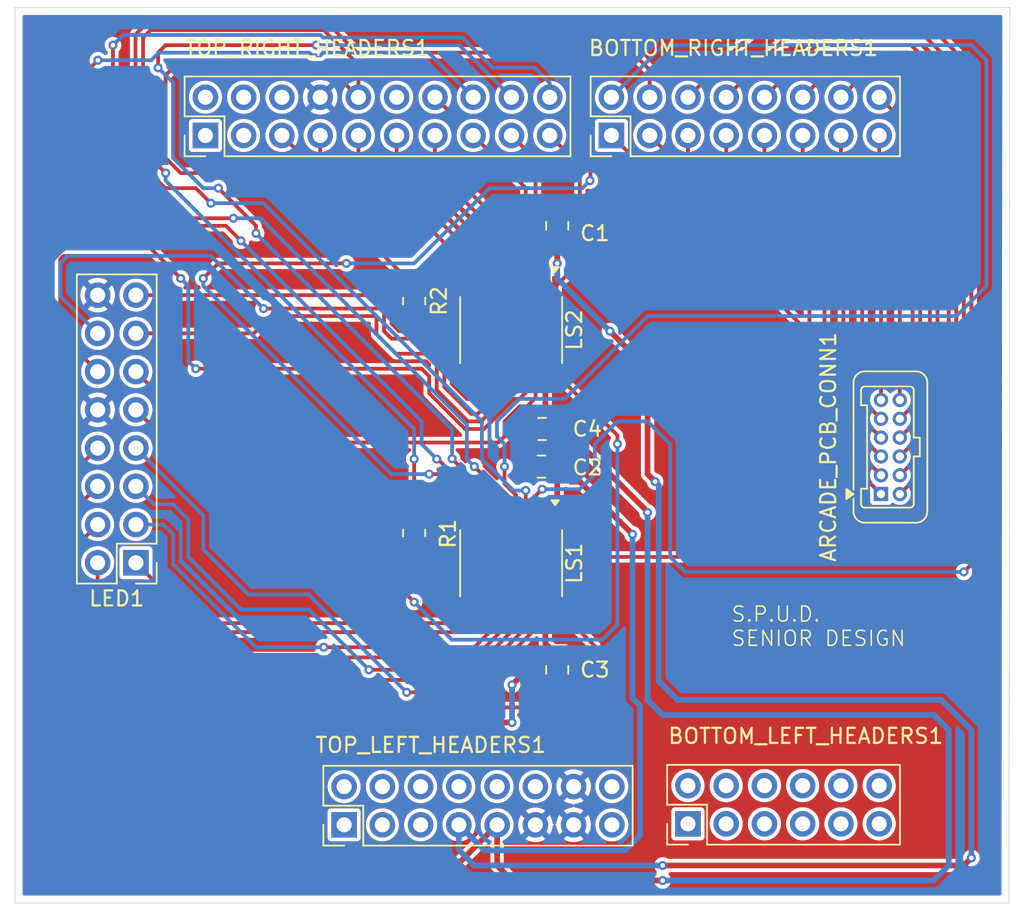
<source format=kicad_pcb>
(kicad_pcb (version 20241229) (generator "pcbnew") (generator_version "9.0")
  (layers (0 "F.Cu" signal) (2 "B.Cu" signal) (13 "F.Paste" user) (15 "B.Paste" user) (5 "F.SilkS" user "F.Silkscreen") (7 "B.SilkS" user "B.Silkscreen") (1 "F.Mask" user) (3 "B.Mask" user) (25 "Edge.Cuts" user))
  (net 0 "")
  (net 1 "ARC8")
  (net 2 "ARC10")
  (net 3 "ARC3")
  (net 4 "ARC4")
  (net 5 "ARC2")
  (net 6 "ARC12")
  (net 7 "ARC11")
  (net 8 "ARC1")
  (net 9 "ARC7")
  (net 10 "ARC5")
  (net 11 "ARC9")
  (net 12 "ARC6")
  (net 13 "DATA6")
  (net 14 "DATA7")
  (net 15 "DATA3")
  (net 16 "DATA4")
  (net 17 "DATA5")
  (net 18 "DATA8")
  (net 19 "DATA2")
  (net 20 "GND")
  (net 21 "3.3V")
  (net 22 "5V")
  (net 23 "G1")
  (net 24 "BLANK")
  (net 25 "A4")
  (net 26 "A3")
  (net 27 "B0")
  (net 28 "A0")
  (net 29 "A1")
  (net 30 "B1")
  (net 31 "LATCH")
  (net 32 "R1")
  (net 33 "R0")
  (net 34 "G0")
  (net 35 "Clock")
  (net 36 "A2")
  (net 37 "OE")
  (net 38 "DATA1")
  (net 39 "DATA11")
  (net 40 "DATA15")
  (net 41 "DATA14")
  (net 42 "DATA16")
  (net 44 "DATA12")
  (net 45 "DATA9")
  (net 46 "DATA13")
  (net 47 "DATA10")
  (footprint "Resistor_SMD:R_0805_2012Metric" (layer "F.Cu") (at 141.5 109.9125 -90)
    (property "Reference" "R1")
    (property "Value" "10k")
  )
  (footprint "Connector_Harwin:Harwin_Gecko-G125-FVX1205L0X_2x06_P1.25mm_Vertical" (layer "F.Cu") (at 172.5 107.325 90)
    (property "Reference" "ARCADE_PCB_CONN1")
    (property "Value" "Conn_02x06_Top_Bottom")
  )
  (footprint "Connector_PinHeader_2.54mm:PinHeader_2x08_P2.54mm_Vertical" (layer "F.Cu") (at 136.85 129.3 90)
    (property "Reference" "TOP_LEFT_HEADERS1")
    (property "Value" "~")
  )
  (footprint "Connector_PinHeader_2.54mm:PinHeader_2x08_P2.54mm_Vertical" (layer "F.Cu") (at 154.6 83.5 90)
    (property "Reference" "BOTTOM_RIGHT_HEADERS1")
    (property "Value" "~")
  )
  (footprint "Capacitor_SMD:C_0805_2012Metric" (layer "F.Cu") (at 150 103 180)
    (property "Reference" "C4")
    (property "Value" "0.1uF")
  )
  (footprint "Package_SO:TSSOP-20_4.4x6.5mm_P0.65mm" (layer "F.Cu") (at 147.9375 96.425 -90)
    (property "Reference" "LS2")
    (property "Value" "TXS0108EPW")
  )
  (footprint "Capacitor_SMD:C_0805_2012Metric" (layer "F.Cu") (at 151 89.5 90)
    (property "Reference" "C1")
    (property "Value" "0.1uF")
  )
  (footprint "Capacitor_SMD:C_0805_2012Metric" (layer "F.Cu") (at 149.95 105.5 180)
    (property "Reference" "C2")
    (property "Value" "0.1uF")
  )
  (footprint "Capacitor_SMD:C_0805_2012Metric" (layer "F.Cu") (at 151 119 -90)
    (property "Reference" "C3")
    (property "Value" "0.1uF")
  )
  (footprint "Connector_PinHeader_2.54mm:PinHeader_2x08_P2.54mm_Vertical" (layer "F.Cu") (at 123.025 111.89 180)
    (property "Reference" "LED1")
    (property "Value" "Conn_02x08_Top_Bottom")
  )
  (footprint "Connector_PinHeader_2.54mm:PinHeader_2x06_P2.54mm_Vertical" (layer "F.Cu") (at 159.68 129.235 90)
    (property "Reference" "BOTTOM_LEFT_HEADERS1")
    (property "Value" "~")
  )
  (footprint "Connector_PinHeader_2.54mm:PinHeader_2x10_P2.54mm_Vertical" (layer "F.Cu") (at 127.64 83.5 90)
    (property "Reference" "TOP_RIGHT_HEADERS1")
    (property "Value" "~")
  )
  (footprint "Package_SO:TSSOP-20_4.4x6.5mm_P0.65mm" (layer "F.Cu") (at 147.9375 111.925 -90)
    (property "Reference" "LS1")
    (property "Value" "TXS0108EPW")
  )
  (footprint "Resistor_SMD:R_0805_2012Metric" (layer "F.Cu") (at 141.5 94.5 -90)
    (property "Reference" "R2")
    (property "Value" "10k")
  )
  (gr_line (start 181.050425 75) (end 115 74.999965) (stroke (width 0.05)) (layer "Edge.Cuts"))
  (gr_line (start 115 74.999965) (end 115 134.5) (stroke (width 0.05)) (layer "Edge.Cuts"))
  (gr_line (start 181 134.5) (end 181.050425 75) (stroke (width 0.05)) (layer "Edge.Cuts"))
  (gr_line (start 115 134.5) (end 181 134.5) (stroke (width 0.05)) (layer "Edge.Cuts"))
  (gr_text "S.P.U.D.\nSENIOR DESIGN" (at 162.5 117.5 0) (layer "F.SilkS") (effects (font (size 1 1) (thickness 0.1)) (justify left bottom)))
  (segment (start 170.261001 77.999) (end 167.3 80.96) (width 0.25) (layer "F.Cu") (net 1))
  (segment (start 174.251 78.001) (end 173.95952 78.001) (width 0.25) (layer "F.Cu") (net 1))
  (segment (start 176.251 80.001) (end 176.251 103.574) (width 0.25) (layer "F.Cu") (net 1))
  (segment (start 176.251 103.574) (end 173.75 106.075) (width 0.25) (layer "F.Cu") (net 1))
  (segment (start 173.95952 78.001) (end 173.957521 77.999) (width 0.25) (layer "F.Cu") (net 1))
  (segment (start 173.957521 77.999) (end 170.261001 77.999) (width 0.25) (layer "F.Cu") (net 1))
  (segment (start 176.251 80.001) (end 174.251 78.001) (width 0.25) (layer "F.Cu") (net 1))
  (segment (start 175.102 83.682) (end 172.38 80.96) (width 0.25) (layer "F.Cu") (net 2))
  (segment (start 173.75 103.575) (end 175.102 102.223) (width 0.25) (layer "F.Cu") (net 2))
  (segment (start 175.102 102.223) (end 175.102 83.682) (width 0.25) (layer "F.Cu") (net 2))
  (segment (start 168.75 93.75) (end 159.68 84.68) (width 0.25) (layer "F.Cu") (net 3))
  (segment (start 168.75 101.075) (end 168.75 93.75) (width 0.25) (layer "F.Cu") (net 3))
  (segment (start 159.68 84.68) (end 159.68 83.5) (width 0.25) (layer "F.Cu") (net 3))
  (segment (start 172.5 104.825) (end 168.75 101.075) (width 0.25) (layer "F.Cu") (net 3))
  (segment (start 170 93.25) (end 162.22 85.47) (width 0.25) (layer "F.Cu") (net 4))
  (segment (start 162.22 85.47) (end 162.22 83.5) (width 0.25) (layer "F.Cu") (net 4))
  (segment (start 172.5 103.575) (end 170 101.075) (width 0.25) (layer "F.Cu") (net 4))
  (segment (start 170 101.075) (end 170 93.25) (width 0.25) (layer "F.Cu") (net 4))
  (segment (start 172.5 106.075) (end 167.75 101.325) (width 0.25) (layer "F.Cu") (net 5))
  (segment (start 167.75 94.11) (end 157.14 83.5) (width 0.25) (layer "F.Cu") (net 5))
  (segment (start 167.75 101.325) (end 167.75 94.11) (width 0.25) (layer "F.Cu") (net 5))
  (segment (start 173.75 101.075) (end 173.75 92.25) (width 0.25) (layer "F.Cu") (net 6))
  (segment (start 169.84 88.34) (end 169.84 83.5) (width 0.25) (layer "F.Cu") (net 6))
  (segment (start 173.75 92.25) (end 169.84 88.34) (width 0.25) (layer "F.Cu") (net 6))
  (segment (start 173.75 102.325) (end 174.601 101.474) (width 0.25) (layer "F.Cu") (net 7))
  (segment (start 174.601 91.351) (end 172.38 89.13) (width 0.25) (layer "F.Cu") (net 7))
  (segment (start 172.38 89.13) (end 172.38 83.5) (width 0.25) (layer "F.Cu") (net 7))
  (segment (start 174.601 101.474) (end 174.601 91.351) (width 0.25) (layer "F.Cu") (net 7))
  (segment (start 167 101.825) (end 167 95.9) (width 0.25) (layer "F.Cu") (net 8))
  (segment (start 172.5 107.325) (end 167 101.825) (width 0.25) (layer "F.Cu") (net 8))
  (segment (start 167 95.9) (end 154.6 83.5) (width 0.25) (layer "F.Cu") (net 8))
  (segment (start 174.16504 77.498) (end 170.053479 77.498) (width 0.25) (layer "F.Cu") (net 9))
  (segment (start 174.167041 77.5) (end 174.16504 77.498) (width 0.25) (layer "F.Cu") (net 9))
  (segment (start 170.053479 77.498) (end 170.05148 77.5) (width 0.25) (layer "F.Cu") (net 9))
  (segment (start 174.5 77.5) (end 174.167041 77.5) (width 0.25) (layer "F.Cu") (net 9))
  (segment (start 173.75 107.325) (end 177 104.075) (width 0.25) (layer "F.Cu") (net 9))
  (segment (start 168.22 77.5) (end 164.76 80.96) (width 0.25) (layer "F.Cu") (net 9))
  (segment (start 170.05148 77.5) (end 168.22 77.5) (width 0.25) (layer "F.Cu") (net 9))
  (segment (start 177 80) (end 174.5 77.5) (width 0.25) (layer "F.Cu") (net 9))
  (segment (start 177 104.075) (end 177 80) (width 0.25) (layer "F.Cu") (net 9))
  (segment (start 164.76 86.51) (end 164.76 83.5) (width 0.25) (layer "F.Cu") (net 10))
  (segment (start 171.25 93) (end 164.76 86.51) (width 0.25) (layer "F.Cu") (net 10))
  (segment (start 171.25 101.075) (end 171.25 93) (width 0.25) (layer "F.Cu") (net 10))
  (segment (start 172.5 102.325) (end 171.25 101.075) (width 0.25) (layer "F.Cu") (net 10))
  (segment (start 175.75 80.5) (end 173.75 78.5) (width 0.25) (layer "F.Cu") (net 11))
  (segment (start 175.75 102.825) (end 175.75 80.5) (width 0.25) (layer "F.Cu") (net 11))
  (segment (start 172.3 78.5) (end 169.84 80.96) (width 0.25) (layer "F.Cu") (net 11))
  (segment (start 173.75 78.5) (end 172.3 78.5) (width 0.25) (layer "F.Cu") (net 11))
  (segment (start 173.75 104.825) (end 175.75 102.825) (width 0.25) (layer "F.Cu") (net 11))
  (segment (start 172.5 92.75) (end 167.3 87.55) (width 0.25) (layer "F.Cu") (net 12))
  (segment (start 172.5 101.075) (end 172.5 92.75) (width 0.25) (layer "F.Cu") (net 12))
  (segment (start 167.3 87.55) (end 167.3 83.5) (width 0.25) (layer "F.Cu") (net 12))
  (segment (start 124.5 78) (end 125 77.5) (width 0.25) (layer "F.Cu") (net 13))
  (segment (start 146.9625 107.918509) (end 144.021996 104.978004) (width 0.25) (layer "F.Cu") (net 13))
  (segment (start 124.5 79) (end 124.5 78) (width 0.25) (layer "F.Cu") (net 13))
  (segment (start 131 89.5) (end 128.5 87) (width 0.25) (layer "F.Cu") (net 13))
  (segment (start 125 77.5) (end 135 77.5) (width 0.25) (layer "F.Cu") (net 13))
  (segment (start 144.021996 104.978004) (end 144 104.956009) (width 0.25) (layer "F.Cu") (net 13))
  (segment (start 146.9625 109.0625) (end 146.9625 107.918509) (width 0.25) (layer "F.Cu") (net 13))
  (segment (start 131 90) (end 131 89.5) (width 0.25) (layer "F.Cu") (net 13))
  (via (at 135 77.5) (size 0.6) (drill 0.3) (layers "F.Cu" "B.Cu") (net 13))
  (via (at 128.5 87) (size 0.6) (drill 0.3) (layers "F.Cu" "B.Cu") (net 13))
  (via (at 131 90) (size 0.6) (drill 0.3) (layers "F.Cu" "B.Cu") (net 13))
  (via (at 124.5 79) (size 0.6) (drill 0.3) (layers "F.Cu" "B.Cu") (net 13))
  (via (at 144.021996 104.978004) (size 0.6) (drill 0.3) (layers "F.Cu" "B.Cu") (net 13))
  (segment (start 135 77.5) (end 144.5 77.5) (width 0.25) (layer "B.Cu") (net 13))
  (segment (start 127.5 87) (end 125.5 85) (width 0.25) (layer "B.Cu") (net 13))
  (segment (start 144.021996 103.021996) (end 131 90) (width 0.25) (layer "B.Cu") (net 13))
  (segment (start 144.021996 104.978004) (end 144.021996 103.021996) (width 0.25) (layer "B.Cu") (net 13))
  (segment (start 125.5 84.5) (end 125.5 80) (width 0.25) (layer "B.Cu") (net 13))
  (segment (start 144.5 77.5) (end 147.96 80.96) (width 0.25) (layer "B.Cu") (net 13))
  (segment (start 128.5 87) (end 127.5 87) (width 0.25) (layer "B.Cu") (net 13))
  (segment (start 125.5 85) (end 125.5 84.5) (width 0.25) (layer "B.Cu") (net 13))
  (segment (start 125.5 80) (end 124.5 79) (width 0.25) (layer "B.Cu") (net 13))
  (segment (start 126 89.5) (end 129 89.5) (width 0.25) (layer "F.Cu") (net 14))
  (segment (start 146.3125 108.240542) (end 143.071958 105) (width 0.25) (layer "F.Cu") (net 14))
  (segment (start 120 83.5) (end 126 89.5) (width 0.25) (layer "F.Cu") (net 14))
  (segment (start 143.071958 105) (end 143 105) (width 0.25) (layer "F.Cu") (net 14))
  (segment (start 120.5 78.5) (end 120 79) (width 0.25) (layer "F.Cu") (net 14))
  (segment (start 129 89.5) (end 130 90.5) (width 0.25) (layer "F.Cu") (net 14))
  (segment (start 120 79) (end 120 83.5) (width 0.25) (layer "F.Cu") (net 14))
  (segment (start 146.3125 109.0625) (end 146.3125 108.240542) (width 0.25) (layer "F.Cu") (net 14))
  (via (at 130 90.5) (size 0.6) (drill 0.3) (layers "F.Cu" "B.Cu") (net 14))
  (via (at 143 105) (size 0.6) (drill 0.3) (layers "F.Cu" "B.Cu") (net 14))
  (via (at 120.5 78.5) (size 0.6) (drill 0.3) (layers "F.Cu" "B.Cu") (net 14))
  (segment (start 142 104) (end 142 102.5) (width 0.25) (layer "B.Cu") (net 14))
  (segment (start 143 105) (end 142 104) (width 0.25) (layer "B.Cu") (net 14))
  (segment (start 145.42 80.96) (end 142.461 78.001) (width 0.25) (layer "B.Cu") (net 14))
  (segment (start 134.719991 78.176) (end 134.543991 78) (width 0.25) (layer "B.Cu") (net 14))
  (segment (start 142.461 78.001) (end 135.455009 78.001) (width 0.25) (layer "B.Cu") (net 14))
  (segment (start 135.455009 78.001) (end 135.280009 78.176) (width 0.25) (layer "B.Cu") (net 14))
  (segment (start 135.280009 78.176) (end 134.719991 78.176) (width 0.25) (layer "B.Cu") (net 14))
  (segment (start 142 102.5) (end 130 90.5) (width 0.25) (layer "B.Cu") (net 14))
  (segment (start 124.043991 78.5) (end 120.5 78.5) (width 0.25) (layer "B.Cu") (net 14))
  (segment (start 124.543991 78) (end 124.043991 78.5) (width 0.25) (layer "B.Cu") (net 14))
  (segment (start 134.543991 78) (end 124.543991 78) (width 0.25) (layer "B.Cu") (net 14))
  (segment (start 128 88) (end 127 87) (width 0.25) (layer "F.Cu") (net 15))
  (segment (start 123.79248 75.999) (end 135.70752 75.999) (width 0.25) (layer "F.Cu") (net 15))
  (segment (start 148.9125 109.0625) (end 148.912541 109.062459) (width 0.25) (layer "F.Cu") (net 15))
  (segment (start 137.70852 78) (end 156 78) (width 0.25) (layer "F.Cu") (net 15))
  (segment (start 123 76.79148) (end 123.79248 75.999) (width 0.25) (layer "F.Cu") (net 15))
  (segment (start 156 78) (end 157.14 79.14) (width 0.25) (layer "F.Cu") (net 15))
  (segment (start 157.14 79.14) (end 157.14 80.96) (width 0.25) (layer "F.Cu") (net 15))
  (segment (start 135.70752 75.999) (end 137.70852 78) (width 0.25) (layer "F.Cu") (net 15))
  (segment (start 127 87) (end 124.96582 87) (width 0.25) (layer "F.Cu") (net 15))
  (segment (start 123 85.03418) (end 123 76.79148) (width 0.25) (layer "F.Cu") (net 15))
  (segment (start 148.9125 109.0625) (end 148.9125 107.0875) (width 0.25) (layer "F.Cu") (net 15))
  (segment (start 124.96582 87) (end 123 85.03418) (width 0.25) (layer "F.Cu") (net 15))
  (via (at 128 88) (size 0.6) (drill 0.3) (layers "F.Cu" "B.Cu") (net 15))
  (via (at 148.9125 107.0875) (size 0.6) (drill 0.3) (layers "F.Cu" "B.Cu") (net 15))
  (segment (start 146 102.5) (end 131.5 88) (width 0.25) (layer "B.Cu") (net 15))
  (segment (start 146 105) (end 146 102.5) (width 0.25) (layer "B.Cu") (net 15))
  (segment (start 131.5 88) (end 128 88) (width 0.25) (layer "B.Cu") (net 15))
  (segment (start 148.9125 107.0875) (end 148.0875 107.0875) (width 0.25) (layer "B.Cu") (net 15))
  (segment (start 148.0875 107.0875) (end 146 105) (width 0.25) (layer "B.Cu") (net 15))
  (segment (start 148.2625 107.393509) (end 148.2625 109.0625) (width 0.25) (layer "F.Cu") (net 16))
  (segment (start 147.5 106.631009) (end 148.2625 107.393509) (width 0.25) (layer "F.Cu") (net 16))
  (segment (start 147.5 105.5) (end 147.5 106.631009) (width 0.25) (layer "F.Cu") (net 16))
  (via (at 147.5 105.5) (size 0.6) (drill 0.3) (layers "F.Cu" "B.Cu") (net 16))
  (segment (start 157 95.5) (end 151.5 101) (width 0.25) (layer "B.Cu") (net 16))
  (segment (start 147.5 104) (end 147.5 105.5) (width 0.25) (layer "B.Cu") (net 16))
  (segment (start 148.5 101) (end 147 102.5) (width 0.25) (layer "B.Cu") (net 16))
  (segment (start 179.5 78.5) (end 179.5 93.5) (width 0.25) (layer "B.Cu") (net 16))
  (segment (start 178.5 77.5) (end 179.5 78.5) (width 0.25) (layer "B.Cu") (net 16))
  (segment (start 158.06 77.5) (end 178.5 77.5) (width 0.25) (layer "B.Cu") (net 16))
  (segment (start 154.6 80.96) (end 158.06 77.5) (width 0.25) (layer "B.Cu") (net 16))
  (segment (start 147 102.5) (end 147 103.5) (width 0.25) (layer "B.Cu") (net 16))
  (segment (start 179.5 93.5) (end 177.5 95.5) (width 0.25) (layer "B.Cu") (net 16))
  (segment (start 151.5 101) (end 148.5 101) (width 0.25) (layer "B.Cu") (net 16))
  (segment (start 177.5 95.5) (end 157 95.5) (width 0.25) (layer "B.Cu") (net 16))
  (segment (start 147 103.5) (end 147.5 104) (width 0.25) (layer "B.Cu") (net 16))
  (segment (start 147.6125 107.6125) (end 145.5 105.5) (width 0.25) (layer "F.Cu") (net 17))
  (segment (start 147.6125 109.0625) (end 147.6125 107.6125) (width 0.25) (layer "F.Cu") (net 17))
  (segment (start 121.5 77.5) (end 121.5 84.2427) (width 0.25) (layer "F.Cu") (net 17))
  (segment (start 126.2573 89) (end 121.5 84.2427) (width 0.25) (layer "F.Cu") (net 17))
  (segment (start 129.5 89) (end 126.2573 89) (width 0.25) (layer "F.Cu") (net 17))
  (via (at 145.5 105.5) (size 0.6) (drill 0.3) (layers "F.Cu" "B.Cu") (net 17))
  (via (at 129.5 89) (size 0.6) (drill 0.3) (layers "F.Cu" "B.Cu") (net 17))
  (via (at 121.5 77.5) (size 0.6) (drill 0.3) (layers "F.Cu" "B.Cu") (net 17))
  (segment (start 135.280009 76.824) (end 135.455009 76.999) (width 0.25) (layer "B.Cu") (net 17))
  (segment (start 144.70752 76.999) (end 146.70852 79) (width 0.25) (layer "B.Cu") (net 17))
  (segment (start 145 102.70852) (end 138.39574 96.10426) (width 0.25) (layer "B.Cu") (net 17))
  (segment (start 146.70852 79) (end 149.5 79) (width 0.25) (layer "B.Cu") (net 17))
  (segment (start 150.5 80) (end 150.5 80.96) (width 0.25) (layer "B.Cu") (net 17))
  (segment (start 145.5 105.5) (end 145 105) (width 0.25) (layer "B.Cu") (net 17))
  (segment (start 149.5 79) (end 150.5 80) (width 0.25) (layer "B.Cu") (net 17))
  (segment (start 145 105) (end 145 103) (width 0.25) (layer "B.Cu") (net 17))
  (segment (start 138.39574 96.10426) (end 131.29148 89) (width 0.25) (layer "B.Cu") (net 17))
  (segment (start 121.5 77.5) (end 122.176 76.824) (width 0.25) (layer "B.Cu") (net 17))
  (segment (start 122.176 76.824) (end 135.280009 76.824) (width 0.25) (layer "B.Cu") (net 17))
  (segment (start 131.29148 89) (end 129.5 89) (width 0.25) (layer "B.Cu") (net 17))
  (segment (start 145 103) (end 145 102.70852) (width 0.25) (layer "B.Cu") (net 17))
  (segment (start 135.455009 76.999) (end 144.70752 76.999) (width 0.25) (layer "B.Cu") (net 17))
  (segment (start 153.20852 86.46648) (end 153.175 86.5) (width 0.25) (layer "F.Cu") (net 18))
  (segment (start 145.6625 108.299062) (end 143.363438 106) (width 0.25) (layer "F.Cu") (net 18))
  (segment (start 144.194 82.274) (end 151.007826 82.274) (width 0.25) (layer "F.Cu") (net 18))
  (segment (start 142.88 80.96) (end 144.194 82.274) (width 0.25) (layer "F.Cu") (net 18))
  (segment (start 152.5 84.79148) (end 153.20852 85.5) (width 0.25) (layer "F.Cu") (net 18))
  (segment (start 137 92) (end 128.5 92) (width 0.25) (layer "F.Cu") (net 18))
  (segment (start 152.5 83.766174) (end 152.5 84.79148) (width 0.25) (layer "F.Cu") (net 18))
  (segment (start 153.20852 85.5) (end 153.20852 86.46648) (width 0.25) (layer "F.Cu") (net 18))
  (segment (start 128.5 92) (end 127.5 93) (width 0.25) (layer "F.Cu") (net 18))
  (segment (start 145.6625 109.0625) (end 145.6625 108.299062) (width 0.25) (layer "F.Cu") (net 18))
  (segment (start 151.007826 82.274) (end 152.5 83.766174) (width 0.25) (layer "F.Cu") (net 18))
  (segment (start 143.363438 106) (end 142.5 106) (width 0.25) (layer "F.Cu") (net 18))
  (via (at 137 92) (size 0.6) (drill 0.3) (layers "F.Cu" "B.Cu") (net 18))
  (via (at 142.5 106) (size 0.6) (drill 0.3) (layers "F.Cu" "B.Cu") (net 18))
  (via (at 127.5 93) (size 0.6) (drill 0.3) (layers "F.Cu" "B.Cu") (net 18))
  (via (at 153.175 86.5) (size 0.6) (drill 0.3) (layers "F.Cu" "B.Cu") (net 18))
  (segment (start 137 92) (end 141.5 92) (width 0.25) (layer "B.Cu") (net 18))
  (segment (start 141.5 92) (end 146.5 87) (width 0.25) (layer "B.Cu") (net 18))
  (segment (start 146.5 87) (end 152.675 87) (width 0.25) (layer "B.Cu") (net 18))
  (segment (start 127.5 93.5) (end 127.5 93) (width 0.25) (layer "B.Cu") (net 18))
  (segment (start 142.5 106) (end 140 106) (width 0.25) (layer "B.Cu") (net 18))
  (segment (start 152.675 87) (end 153.175 86.5) (width 0.25) (layer "B.Cu") (net 18))
  (segment (start 140 106) (end 127.5 93.5) (width 0.25) (layer "B.Cu") (net 18))
  (segment (start 159.68 80.96) (end 164.144 76.496) (width 0.25) (layer "F.Cu") (net 19))
  (segment (start 149.5625 107.4375) (end 150 107) (width 0.25) (layer "F.Cu") (net 19))
  (segment (start 178.5 79) (end 178.5 79.291479) (width 0.25) (layer "F.Cu") (net 19))
  (segment (start 178.5 112) (end 178 112.5) (width 0.25) (layer "F.Cu") (net 19))
  (segment (start 178.501 79.29248) (end 178.501 110.70752) (width 0.25) (layer "F.Cu") (net 19))
  (segment (start 178.5 79.291479) (end 178.501 79.29248) (width 0.25) (layer "F.Cu") (net 19))
  (segment (start 164.144 76.496) (end 175.704521 76.496) (width 0.25) (layer "F.Cu") (net 19))
  (segment (start 178.5 110.708521) (end 178.5 112) (width 0.25) (layer "F.Cu") (net 19))
  (segment (start 178.501 110.70752) (end 178.5 110.708521) (width 0.25) (layer "F.Cu") (net 19))
  (segment (start 175.70852 76.5) (end 176 76.5) (width 0.25) (layer "F.Cu") (net 19))
  (segment (start 175.704521 76.496) (end 175.70852 76.5) (width 0.25) (layer "F.Cu") (net 19))
  (segment (start 149.5625 109.0625) (end 149.5625 107.4375) (width 0.25) (layer "F.Cu") (net 19))
  (segment (start 176 76.5) (end 178.5 79) (width 0.25) (layer "F.Cu") (net 19))
  (via (at 150 107) (size 0.6) (drill 0.3) (layers "F.Cu" "B.Cu") (net 19))
  (via (at 178 112.5) (size 0.6) (drill 0.3) (layers "F.Cu" "B.Cu") (net 19))
  (segment (start 153.5 104) (end 155 102.5) (width 0.25) (layer "B.Cu") (net 19))
  (segment (start 153.5 106) (end 153.5 104) (width 0.25) (layer "B.Cu") (net 19))
  (segment (start 158.5 111.5) (end 159.5 112.5) (width 0.25) (layer "B.Cu") (net 19))
  (segment (start 150 107) (end 152.5 107) (width 0.25) (layer "B.Cu") (net 19))
  (segment (start 152.5 107) (end 153.5 106) (width 0.25) (layer "B.Cu") (net 19))
  (segment (start 158.5 104) (end 158.5 111.5) (width 0.25) (layer "B.Cu") (net 19))
  (segment (start 157 102.5) (end 158.5 104) (width 0.25) (layer "B.Cu") (net 19))
  (segment (start 159.5 112.5) (end 178 112.5) (width 0.25) (layer "B.Cu") (net 19))
  (segment (start 155 102.5) (end 157 102.5) (width 0.25) (layer "B.Cu") (net 19))
  (segment (start 150.2215 109.0535) (end 150.2125 109.0625) (width 0.38) (layer "F.Cu") (net 21))
  (segment (start 150.9 105.5) (end 151 105.6) (width 0.38) (layer "F.Cu") (net 21))
  (segment (start 150.2215 108.19814) (end 150.2215 109.0535) (width 0.38) (layer "F.Cu") (net 21))
  (segment (start 157 106) (end 157.5 106.5) (width 0.38) (layer "F.Cu") (net 21))
  (segment (start 151 90.45) (end 151 92) (width 0.38) (layer "F.Cu") (net 21))
  (segment (start 156 110) (end 152.5 106.5) (width 0.38) (layer "F.Cu") (net 21))
  (segment (start 178.5 131.5) (end 178 132) (width 0.38) (layer "F.Cu") (net 21))
  (segment (start 151.9 106.5) (end 150.9 105.5) (width 0.38) (layer "F.Cu") (net 21))
  (segment (start 154.5 96.5) (end 157 99) (width 0.38) (layer "F.Cu") (net 21))
  (segment (start 151 105.6) (end 151 107.41964) (width 0.38) (layer "F.Cu") (net 21))
  (segment (start 150.2125 91.2375) (end 150.2125 93.5625) (width 0.38) (layer "F.Cu") (net 21))
  (segment (start 151 90.45) (end 150.2125 91.2375) (width 0.38) (layer "F.Cu") (net 21))
  (segment (start 152.5 106.5) (end 151.9 106.5) (width 0.38) (layer "F.Cu") (net 21))
  (segment (start 178 132) (end 158 132) (width 0.38) (layer "F.Cu") (net 21))
  (segment (start 157 99) (end 157 106) (width 0.38) (layer "F.Cu") (net 21))
  (segment (start 151 107.41964) (end 150.2215 108.19814) (width 0.38) (layer "F.Cu") (net 21))
  (via (at 156 110) (size 0.6) (drill 0.3) (layers "F.Cu" "B.Cu") (net 21))
  (via (at 158 132) (size 0.6) (drill 0.3) (layers "F.Cu" "B.Cu") (net 21))
  (via (at 178.5 131.5) (size 0.6) (drill 0.3) (layers "F.Cu" "B.Cu") (net 21))
  (via (at 154.5 96.5) (size 0.6) (drill 0.3) (layers "F.Cu" "B.Cu") (net 21))
  (via (at 151 92) (size 0.6) (drill 0.3) (layers "F.Cu" "B.Cu") (net 21))
  (via (at 157.5 106.5) (size 0.6) (drill 0.3) (layers "F.Cu" "B.Cu") (net 21))
  (segment (start 151 92) (end 151 93) (width 0.38) (layer "B.Cu") (net 21))
  (segment (start 155.5 131) (end 156.5 130) (width 0.38) (layer "B.Cu") (net 21))
  (segment (start 159 121) (end 176.5 121) (width 0.38) (layer "B.Cu") (net 21))
  (segment (start 157.741 106.741) (end 157.741 119.741) (width 0.38) (layer "B.Cu") (net 21))
  (segment (start 144.47 130.97) (end 144.47 129.3) (width 0.38) (layer "B.Cu") (net 21))
  (segment (start 145.5 132) (end 144.47 130.97) (width 0.38) (layer "B.Cu") (net 21))
  (segment (start 156 120.892368) (end 156 110) (width 0.38) (layer "B.Cu") (net 21))
  (segment (start 144.47 129.3) (end 146.17 131) (width 0.38) (layer "B.Cu") (net 21))
  (segment (start 146.17 131) (end 155.5 131) (width 0.38) (layer "B.Cu") (net 21))
  (segment (start 157.741 119.741) (end 159 121) (width 0.38) (layer "B.Cu") (net 21))
  (segment (start 156.5 130) (end 156.5 121.392368) (width 0.38) (layer "B.Cu") (net 21))
  (segment (start 151 93) (end 154.5 96.5) (width 0.38) (layer "B.Cu") (net 21))
  (segment (start 176.5 121) (end 178.5 123) (width 0.38) (layer "B.Cu") (net 21))
  (segment (start 158 132) (end 145.5 132) (width 0.38) (layer "B.Cu") (net 21))
  (segment (start 157.5 106.5) (end 157.741 106.741) (width 0.38) (layer "B.Cu") (net 21))
  (segment (start 178.5 123) (end 178.5 131.5) (width 0.38) (layer "B.Cu") (net 21))
  (segment (start 156.5 121.392368) (end 156 120.892368) (width 0.38) (layer "B.Cu") (net 21))
  (segment (start 134 130.5) (end 135.5 132) (width 0.38) (layer "F.Cu") (net 22))
  (segment (start 148 122.5) (end 135.5 122.5) (width 0.38) (layer "F.Cu") (net 22))
  (segment (start 150.2125 114.7875) (end 150.2125 117.2625) (width 0.38) (layer "F.Cu") (net 22))
  (segment (start 135.5 122.5) (end 134 124) (width 0.38) (layer "F.Cu") (net 22))
  (segment (start 135.5 132) (end 144.31 132) (width 0.38) (layer "F.Cu") (net 22))
  (segment (start 151.5 103) (end 157 108.5) (width 0.38) (layer "F.Cu") (net 22))
  (segment (start 147 132) (end 147.01 131.99) (width 0.38) (layer "F.Cu") (net 22))
  (segment (start 150.2125 117.2625) (end 151 118.05) (width 0.38) (layer "F.Cu") (net 22))
  (segment (start 147.01 131.99) (end 147.01 129.3) (width 0.38) (layer "F.Cu") (net 22))
  (segment (start 148 120) (end 149.95 118.05) (width 0.38) (layer "F.Cu") (net 22))
  (segment (start 134 124) (end 134 130.5) (width 0.38) (layer "F.Cu") (net 22))
  (segment (start 148 133) (end 147 132) (width 0.38) (layer "F.Cu") (net 22))
  (segment (start 144.31 132) (end 147.01 129.3) (width 0.38) (layer "F.Cu") (net 22))
  (segment (start 150.2125 99.2875) (end 150.2125 102.2625) (width 0.38) (layer "F.Cu") (net 22))
  (segment (start 150.95 103) (end 151.5 103) (width 0.38) (layer "F.Cu") (net 22))
  (segment (start 157 108.5) (end 157 108.55) (width 0.38) (layer "F.Cu") (net 22))
  (segment (start 150.2125 102.2625) (end 150.95 103) (width 0.38) (layer "F.Cu") (net 22))
  (segment (start 149.95 118.05) (end 151 118.05) (width 0.38) (layer "F.Cu") (net 22))
  (segment (start 158 133) (end 148 133) (width 0.38) (layer "F.Cu") (net 22))
  (via (at 148 122.5) (size 0.6) (drill 0.3) (layers "F.Cu" "B.Cu") (net 22))
  (via (at 158 133) (size 0.6) (drill 0.3) (layers "F.Cu" "B.Cu") (net 22))
  (via (at 148 120) (size 0.6) (drill 0.3) (layers "F.Cu" "B.Cu") (net 22))
  (via (at 157 108.55) (size 0.6) (drill 0.3) (layers "F.Cu" "B.Cu") (net 22))
  (segment (start 157 121) (end 158 122) (width 0.38) (layer "B.Cu") (net 22))
  (segment (start 176 133) (end 158 133) (width 0.38) (layer "B.Cu") (net 22))
  (segment (start 148 122.5) (end 148 120) (width 0.38) (layer "B.Cu") (net 22))
  (segment (start 158 122) (end 176 122) (width 0.38) (layer "B.Cu") (net 22))
  (segment (start 176 122) (end 177 123) (width 0.38) (layer "B.Cu") (net 22))
  (segment (start 177 123) (end 177 132) (width 0.38) (layer "B.Cu") (net 22))
  (segment (start 177 132) (end 176 133) (width 0.38) (layer "B.Cu") (net 22))
  (segment (start 157 108.55) (end 157 121) (width 0.38) (layer "B.Cu") (net 22))
  (segment (start 147.5 103.5) (end 147.100207 103.899793) (width 0.25) (layer "F.Cu") (net 23))
  (segment (start 149.5625 99.2875) (end 149.5625 100.9375) (width 0.25) (layer "F.Cu") (net 23))
  (segment (start 147.100207 103.899793) (end 127.734793 103.899793) (width 0.25) (layer "F.Cu") (net 23))
  (segment (start 148.5 101.5) (end 147.5 102.5) (width 0.25) (layer "F.Cu") (net 23))
  (segment (start 149.5625 100.9375) (end 149 101.5) (width 0.25) (layer "F.Cu") (net 23))
  (segment (start 127.734793 103.899793) (end 123.025 99.19) (width 0.25) (layer "F.Cu") (net 23))
  (segment (start 149 101.5) (end 148.5 101.5) (width 0.25) (layer "F.Cu") (net 23))
  (segment (start 147.5 102.5) (end 147.5 103.5) (width 0.25) (layer "F.Cu") (net 23))
  (segment (start 150.8625 114.7875) (end 153.5 117.425) (width 0.25) (layer "F.Cu") (net 24))
  (segment (start 116.999 107.756) (end 120.485 104.27) (width 0.25) (layer "F.Cu") (net 24))
  (segment (start 116.999 113.91604) (end 116.999 107.756) (width 0.25) (layer "F.Cu") (net 24))
  (segment (start 124.58296 121.5) (end 116.999 113.91604) (width 0.25) (layer "F.Cu") (net 24))
  (segment (start 153.5 117.425) (end 153.5 120) (width 0.25) (layer "F.Cu") (net 24))
  (segment (start 153.5 120) (end 152 121.5) (width 0.25) (layer "F.Cu") (net 24))
  (segment (start 152 121.5) (end 124.58296 121.5) (width 0.25) (layer "F.Cu") (net 24))
  (segment (start 118 91) (end 117.5 91.5) (width 0.25) (layer "F.Cu") (net 25))
  (segment (start 126 93) (end 124 91) (width 0.25) (layer "F.Cu") (net 25))
  (segment (start 117.5 91.5) (end 117.5 96.205) (width 0.25) (layer "F.Cu") (net 25))
  (segment (start 146.138998 103) (end 144.87444 103) (width 0.25) (layer "F.Cu") (net 25))
  (segment (start 148.138998 101) (end 146.138998 103) (width 0.25) (layer "F.Cu") (net 25))
  (segment (start 142.5 99.5) (end 142 99) (width 0.25) (layer "F.Cu") (net 25))
  (segment (start 148.9125 100.5875) (end 148.5 101) (width 0.25) (layer "F.Cu") (net 25))
  (segment (start 142.5 100.62556) (end 142.5 99.5) (width 0.25) (layer "F.Cu") (net 25))
  (segment (start 144.87444 103) (end 142.5 100.62556) (width 0.25) (layer "F.Cu") (net 25))
  (segment (start 142 99) (end 127 99) (width 0.25) (layer "F.Cu") (net 25))
  (segment (start 124 91) (end 118 91) (width 0.25) (layer "F.Cu") (net 25))
  (segment (start 117.5 96.205) (end 120.485 99.19) (width 0.25) (layer "F.Cu") (net 25))
  (segment (start 148.9125 99.2875) (end 148.9125 100.5875) (width 0.25) (layer "F.Cu") (net 25))
  (segment (start 148.5 101) (end 148.138998 101) (width 0.25) (layer "F.Cu") (net 25))
  (via (at 127 99) (size 0.6) (drill 0.3) (layers "F.Cu" "B.Cu") (net 25))
  (via (at 126 93) (size 0.6) (drill 0.3) (layers "F.Cu" "B.Cu") (net 25))
  (segment (start 127 99) (end 126.5 98.5) (width 0.25) (layer "B.Cu") (net 25))
  (segment (start 126.5 98.5) (end 126.5 93.5) (width 0.25) (layer "B.Cu") (net 25))
  (segment (start 126.5 93.5) (end 126 93) (width 0.25) (layer "B.Cu") (net 25))
  (segment (start 139.5 95) (end 131.5 95) (width 0.25) (layer "F.Cu") (net 26))
  (segment (start 140 97) (end 139.5 96.5) (width 0.25) (layer "F.Cu") (net 26))
  (segment (start 143.5 100.20852) (end 143.5 97.5) (width 0.25) (layer "F.Cu") (net 26))
  (segment (start 145.721958 102) (end 145.29148 102) (width 0.25) (layer "F.Cu") (net 26))
  (segment (start 139.5 96.5) (end 139.5 95) (width 0.25) (layer "F.Cu") (net 26))
  (segment (start 147.6125 100.109458) (end 145.721958 102) (width 0.25) (layer "F.Cu") (net 26))
  (segment (start 145.29148 102) (end 143.5 100.20852) (width 0.25) (layer "F.Cu") (net 26))
  (segment (start 147.6125 99.2875) (end 147.6125 100.109458) (width 0.25) (layer "F.Cu") (net 26))
  (segment (start 143.5 97.5) (end 143 97) (width 0.25) (layer "F.Cu") (net 26))
  (segment (start 143 97) (end 140 97) (width 0.25) (layer "F.Cu") (net 26))
  (via (at 131.5 95) (size 0.6) (drill 0.3) (layers "F.Cu" "B.Cu") (net 26))
  (segment (start 118.5 91.5) (end 118 92) (width 0.25) (layer "B.Cu") (net 26))
  (segment (start 128 91.5) (end 118.5 91.5) (width 0.25) (layer "B.Cu") (net 26))
  (segment (start 118 94.165) (end 120.485 96.65) (width 0.25) (layer "B.Cu") (net 26))
  (segment (start 118 92) (end 118 94.165) (width 0.25) (layer "B.Cu") (net 26))
  (segment (start 131.5 95) (end 128 91.5) (width 0.25) (layer "B.Cu") (net 26))
  (segment (start 120.485 113.985) (end 120.485 111.89) (width 0.25) (layer "F.Cu") (net 27))
  (segment (start 145.421958 116.5) (end 123 116.5) (width 0.25) (layer "F.Cu") (net 27))
  (segment (start 123 116.5) (end 120.485 113.985) (width 0.25) (layer "F.Cu") (net 27))
  (segment (start 146.3125 115.609458) (end 145.421958 116.5) (width 0.25) (layer "F.Cu") (net 27))
  (segment (start 146.3125 114.7875) (end 146.3125 115.609458) (width 0.25) (layer "F.Cu") (net 27))
  (segment (start 148.2625 116.15454) (end 145.41704 119) (width 0.25) (layer "F.Cu") (net 28))
  (segment (start 145.41704 119) (end 138.5 119) (width 0.25) (layer "F.Cu") (net 28))
  (segment (start 148.2625 114.7875) (end 148.2625 116.15454) (width 0.25) (layer "F.Cu") (net 28))
  (via (at 138.5 119) (size 0.6) (drill 0.3) (layers "F.Cu" "B.Cu") (net 28))
  (segment (start 126.5 109) (end 125.5 108) (width 0.25) (layer "B.Cu") (net 28))
  (segment (start 134.5 115) (end 130 115) (width 0.25) (layer "B.Cu") (net 28))
  (segment (start 126.5 111.5) (end 126.5 109) (width 0.25) (layer "B.Cu") (net 28))
  (segment (start 138.5 119) (end 134.5 115) (width 0.25) (layer "B.Cu") (net 28))
  (segment (start 124.215 108) (end 123.025 106.81) (width 0.25) (layer "B.Cu") (net 28))
  (segment (start 125.5 108) (end 124.215 108) (width 0.25) (layer "B.Cu") (net 28))
  (segment (start 130 115) (end 126.5 111.5) (width 0.25) (layer "B.Cu") (net 28))
  (segment (start 139 95.5) (end 132 95.5) (width 0.25) (layer "F.Cu") (net 29))
  (segment (start 143 100.41704) (end 143 98.5) (width 0.25) (layer "F.Cu") (net 29))
  (segment (start 139 96.70852) (end 139 95.5) (width 0.25) (layer "F.Cu") (net 29))
  (segment (start 142.5 98) (end 140.29148 98) (width 0.25) (layer "F.Cu") (net 29))
  (segment (start 148.2625 100.167978) (end 145.930478 102.5) (width 0.25) (layer "F.Cu") (net 29))
  (segment (start 140.29148 98) (end 139 96.70852) (width 0.25) (layer "F.Cu") (net 29))
  (segment (start 132 95.5) (end 130.85 96.65) (width 0.25) (layer "F.Cu") (net 29))
  (segment (start 145.930478 102.5) (end 145.08296 102.5) (width 0.25) (layer "F.Cu") (net 29))
  (segment (start 130.85 96.65) (end 123.025 96.65) (width 0.25) (layer "F.Cu") (net 29))
  (segment (start 145.08296 102.5) (end 143 100.41704) (width 0.25) (layer "F.Cu") (net 29))
  (segment (start 143 98.5) (end 142.5 98) (width 0.25) (layer "F.Cu") (net 29))
  (segment (start 148.2625 99.2875) (end 148.2625 100.167978) (width 0.25) (layer "F.Cu") (net 29))
  (segment (start 118.5 110.5) (end 119.335 110.5) (width 0.25) (layer "F.Cu") (net 30))
  (segment (start 118 113.5) (end 118 111) (width 0.25) (layer "F.Cu") (net 30))
  (segment (start 147.6125 116.09602) (end 145.53252 118.176) (width 0.25) (layer "F.Cu") (net 30))
  (segment (start 119.335 110.5) (end 120.485 109.35) (width 0.25) (layer "F.Cu") (net 30))
  (segment (start 122.676 118.176) (end 118 113.5) (width 0.25) (layer "F.Cu") (net 30))
  (segment (start 145.53252 118.176) (end 122.676 118.176) (width 0.25) (layer "F.Cu") (net 30))
  (segment (start 118 111) (end 118.5 110.5) (width 0.25) (layer "F.Cu") (net 30))
  (segment (start 147.6125 114.7875) (end 147.6125 116.09602) (width 0.25) (layer "F.Cu") (net 30))
  (segment (start 144 97) (end 143.5 96.5) (width 0.25) (layer "F.Cu") (net 31))
  (segment (start 140.001 96.001) (end 140.001 94.792479) (width 0.25) (layer "F.Cu") (net 31))
  (segment (start 146.9625 100.050938) (end 146.013438 101) (width 0.25) (layer "F.Cu") (net 31))
  (segment (start 143.5 96.5) (end 143.20852 96.5) (width 0.25) (layer "F.Cu") (net 31))
  (segment (start 140.499 96.499) (end 140.001 96.001) (width 0.25) (layer "F.Cu") (net 31))
  (segment (start 140 94.5) (end 139.61 94.11) (width 0.25) (layer "F.Cu") (net 31))
  (segment (start 145 101) (end 144.001 100.001) (width 0.25) (layer "F.Cu") (net 31))
  (segment (start 143.20852 96.5) (end 143.20752 96.499) (width 0.25) (layer "F.Cu") (net 31))
  (segment (start 139.61 94.11) (end 123.025 94.11) (width 0.25) (layer "F.Cu") (net 31))
  (segment (start 140 94.791479) (end 140 94.5) (width 0.25) (layer "F.Cu") (net 31))
  (segment (start 144 97.29148) (end 144 97) (width 0.25) (layer "F.Cu") (net 31))
  (segment (start 140.001 94.792479) (end 140 94.791479) (width 0.25) (layer "F.Cu") (net 31))
  (segment (start 146.013438 101) (end 145 101) (width 0.25) (layer "F.Cu") (net 31))
  (segment (start 146.9625 99.2875) (end 146.9625 100.050938) (width 0.25) (layer "F.Cu") (net 31))
  (segment (start 143.20752 96.499) (end 140.499 96.499) (width 0.25) (layer "F.Cu") (net 31))
  (segment (start 144.001 97.292479) (end 144 97.29148) (width 0.25) (layer "F.Cu") (net 31))
  (segment (start 144.001 100.001) (end 144.001 97.292479) (width 0.25) (layer "F.Cu") (net 31))
  (segment (start 123.375 109) (end 123.025 109.35) (width 0.25) (layer "F.Cu") (net 32))
  (segment (start 146.9625 114.7875) (end 146.9625 116.0375) (width 0.25) (layer "F.Cu") (net 32))
  (segment (start 145.5 117.5) (end 135.5 117.5) (width 0.25) (layer "F.Cu") (net 32))
  (segment (start 146.9625 116.0375) (end 145.5 117.5) (width 0.25) (layer "F.Cu") (net 32))
  (via (at 135.5 117.5) (size 0.6) (drill 0.3) (layers "F.Cu" "B.Cu") (net 32))
  (segment (start 124.85 109.35) (end 123.025 109.35) (width 0.25) (layer "B.Cu") (net 32))
  (segment (start 125.5 112) (end 125.5 110) (width 0.25) (layer "B.Cu") (net 32))
  (segment (start 135.5 117.5) (end 131 117.5) (width 0.25) (layer "B.Cu") (net 32))
  (segment (start 131 117.5) (end 125.5 112) (width 0.25) (layer "B.Cu") (net 32))
  (segment (start 125.5 110) (end 124.85 109.35) (width 0.25) (layer "B.Cu") (net 32))
  (segment (start 145.312438 115.901) (end 127.036 115.901) (width 0.25) (layer "F.Cu") (net 33))
  (segment (start 127.036 115.901) (end 123.025 111.89) (width 0.25) (layer "F.Cu") (net 33))
  (segment (start 145.6625 115.550938) (end 145.312438 115.901) (width 0.25) (layer "F.Cu") (net 33))
  (segment (start 145.6625 114.7875) (end 145.6625 115.550938) (width 0.25) (layer "F.Cu") (net 33))
  (segment (start 134.295 113) (end 135 113) (width 0.25) (layer "F.Cu") (net 34))
  (segment (start 123.025 101.73) (end 134.295 113) (width 0.25) (layer "F.Cu") (net 34))
  (segment (start 135 113) (end 140 113) (width 0.25) (layer "F.Cu") (net 34))
  (segment (start 140 113) (end 141.5 114.5) (width 0.25) (layer "F.Cu") (net 34))
  (segment (start 150.8625 99.2875) (end 155 103.425) (width 0.25) (layer "F.Cu") (net 34))
  (segment (start 155 103.425) (end 155 104) (width 0.25) (layer "F.Cu") (net 34))
  (via (at 141.5 114.5) (size 0.6) (drill 0.3) (layers "F.Cu" "B.Cu") (net 34))
  (via (at 155 104) (size 0.6) (drill 0.3) (layers "F.Cu" "B.Cu") (net 34))
  (segment (start 154 117) (end 155 116) (width 0.25) (layer "B.Cu") (net 34))
  (segment (start 144 117) (end 154 117) (width 0.25) (layer "B.Cu") (net 34))
  (segment (start 155 116) (end 155 104) (width 0.25) (layer "B.Cu") (net 34))
  (segment (start 141.5 114.5) (end 144 117) (width 0.25) (layer "B.Cu") (net 34))
  (segment (start 149.5625 116.27158) (end 145.33408 120.5) (width 0.25) (layer "F.Cu") (net 35))
  (segment (start 149.5625 114.7875) (end 149.5625 116.27158) (width 0.25) (layer "F.Cu") (net 35))
  (segment (start 145.33408 120.5) (end 141 120.5) (width 0.25) (layer "F.Cu") (net 35))
  (via (at 141 120.5) (size 0.6) (drill 0.3) (layers "F.Cu" "B.Cu") (net 35))
  (segment (start 127.5 108.745) (end 123.025 104.27) (width 0.25) (layer "B.Cu") (net 35))
  (segment (start 130.5 114) (end 127.5 111) (width 0.25) (layer "B.Cu") (net 35))
  (segment (start 134.5 114) (end 130.5 114) (width 0.25) (layer "B.Cu") (net 35))
  (segment (start 127.5 111) (end 127.5 108.745) (width 0.25) (layer "B.Cu") (net 35))
  (segment (start 141 120.5) (end 134.5 114) (width 0.25) (layer "B.Cu") (net 35))
  (segment (start 117.5 113.70852) (end 117.5 109.795) (width 0.25) (layer "F.Cu") (net 36))
  (segment (start 148.9125 116.21306) (end 145.44956 119.676) (width 0.25) (layer "F.Cu") (net 36))
  (segment (start 117.5 109.795) (end 120.485 106.81) (width 0.25) (layer "F.Cu") (net 36))
  (segment (start 148.9125 114.7875) (end 148.9125 116.21306) (width 0.25) (layer "F.Cu") (net 36))
  (segment (start 145.44956 119.676) (end 123.46748 119.676) (width 0.25) (layer "F.Cu") (net 36))
  (segment (start 123.46748 119.676) (end 117.5 113.70852) (width 0.25) (layer "F.Cu") (net 36))
  (segment (start 123.5 84.5) (end 123.5 77) (width 0.25) (layer "F.Cu") (net 37))
  (segment (start 141.5 109) (end 141.5 105) (width 0.25) (layer "F.Cu") (net 37))
  (segment (start 124 76.5) (end 135.5 76.5) (width 0.25) (layer "F.Cu") (net 37))
  (segment (start 125 86) (end 123.5 84.5) (width 0.25) (layer "F.Cu") (net 37))
  (segment (start 145.0125 93.5625) (end 141.525 93.5625) (width 0.25) (layer "F.Cu") (net 37))
  (segment (start 126 86) (end 125 85) (width 0.25) (layer "F.Cu") (net 37))
  (segment (start 125.5 79) (end 135.5 79) (width 0.25) (layer "F.Cu") (net 37))
  (segment (start 141.5 93.5) (end 134 86) (width 0.25) (layer "F.Cu") (net 37))
  (segment (start 125 79.5) (end 125.5 79) (width 0.25) (layer "F.Cu") (net 37))
  (segment (start 136.5 79.66) (end 137.8 80.96) (width 0.25) (layer "F.Cu") (net 37))
  (segment (start 137.8 78.8) (end 137.8 80.96) (width 0.25) (layer "F.Cu") (net 37))
  (segment (start 145.0125 109.0625) (end 141.5625 109.0625) (width 0.25) (layer "F.Cu") (net 37))
  (segment (start 123.5 77) (end 124 76.5) (width 0.25) (layer "F.Cu") (net 37))
  (segment (start 136.16 79.66) (end 136.5 79.66) (width 0.25) (layer "F.Cu") (net 37))
  (segment (start 141.525 93.5625) (end 141.5 93.5875) (width 0.25) (layer "F.Cu") (net 37))
  (segment (start 135.5 79) (end 136.16 79.66) (width 0.25) (layer "F.Cu") (net 37))
  (segment (start 135.5 76.5) (end 137.8 78.8) (width 0.25) (layer "F.Cu") (net 37))
  (segment (start 141.5625 109.0625) (end 141.5 109) (width 0.25) (layer "F.Cu") (net 37))
  (segment (start 125 85) (end 125 79.5) (width 0.25) (layer "F.Cu") (net 37))
  (segment (start 134 86) (end 126 86) (width 0.25) (layer "F.Cu") (net 37))
  (segment (start 141.5 93.5875) (end 141.5 93.5) (width 0.25) (layer "F.Cu") (net 37))
  (via (at 141.5 105) (size 0.6) (drill 0.3) (layers "F.Cu" "B.Cu") (net 37))
  (via (at 125 86) (size 0.6) (drill 0.3) (layers "F.Cu" "B.Cu") (net 37))
  (segment (start 141.5 105) (end 141.5 103) (width 0.25) (layer "B.Cu") (net 37))
  (segment (start 137.5 80.66) (end 137.8 80.96) (width 0.25) (layer "B.Cu") (net 37))
  (segment (start 141.5 103) (end 125 86.5) (width 0.25) (layer "B.Cu") (net 37))
  (segment (start 125 86.5) (end 125 86) (width 0.25) (layer "B.Cu") (net 37))
  (segment (start 178 79.5) (end 175.497 76.997) (width 0.25) (layer "F.Cu") (net 38))
  (segment (start 153.3 111.5) (end 177 111.5) (width 0.25) (layer "F.Cu") (net 38))
  (segment (start 166.183 76.997) (end 162.22 80.96) (width 0.25) (layer "F.Cu") (net 38))
  (segment (start 175.497 76.997) (end 166.183 76.997) (width 0.25) (layer "F.Cu") (net 38))
  (segment (start 177 111.5) (end 178 110.5) (width 0.25) (layer "F.Cu") (net 38))
  (segment (start 150.8625 109.0625) (end 153.3 111.5) (width 0.25) (layer "F.Cu") (net 38))
  (segment (start 178 110.5) (end 178 79.5) (width 0.25) (layer "F.Cu") (net 38))
  (segment (start 148.9125 93.5625) (end 148.9125 86.9925) (width 0.25) (layer "F.Cu") (net 39))
  (segment (start 148.9125 86.9925) (end 145.42 83.5) (width 0.25) (layer "F.Cu") (net 39))
  (segment (start 146.3125 92.3125) (end 141.5 87.5) (width 0.25) (layer "F.Cu") (net 40))
  (segment (start 146.3125 93.5625) (end 146.3125 92.3125) (width 0.25) (layer "F.Cu") (net 40))
  (segment (start 138 87.5) (end 135.26 84.76) (width 0.25) (layer "F.Cu") (net 40))
  (segment (start 141.5 87.5) (end 138 87.5) (width 0.25) (layer "F.Cu") (net 40))
  (segment (start 135.26 84.76) (end 135.26 83.5) (width 0.25) (layer "F.Cu") (net 40))
  (segment (start 146.9625 93.5625) (end 146.9625 91.4625) (width 0.25) (layer "F.Cu") (net 41))
  (segment (start 138.5 86.5) (end 137.8 85.8) (width 0.25) (layer "F.Cu") (net 41))
  (segment (start 146.9625 91.4625) (end 142 86.5) (width 0.25) (layer "F.Cu") (net 41))
  (segment (start 137.8 85.8) (end 137.8 83.5) (width 0.25) (layer "F.Cu") (net 41))
  (segment (start 142 86.5) (end 138.5 86.5) (width 0.25) (layer "F.Cu") (net 41))
  (segment (start 145.6625 92.799062) (end 141.363438 88.5) (width 0.25) (layer "F.Cu") (net 42))
  (segment (start 137.72 88.5) (end 132.72 83.5) (width 0.25) (layer "F.Cu") (net 42))
  (segment (start 145.6625 93.5625) (end 145.6625 92.799062) (width 0.25) (layer "F.Cu") (net 42))
  (segment (start 141.363438 88.5) (end 137.72 88.5) (width 0.25) (layer "F.Cu") (net 42))
  (segment (start 148.2625 93.5625) (end 148.2625 90.329726) (width 0.25) (layer "F.Cu") (net 44))
  (segment (start 148.2625 90.329726) (end 142.88 84.947226) (width 0.25) (layer "F.Cu") (net 44))
  (segment (start 142.88 84.947226) (end 142.88 83.5) (width 0.25) (layer "F.Cu") (net 44))
  (segment (start 150.8625 93.5625) (end 152.5 91.925) (width 0.25) (layer "F.Cu") (net 45))
  (segment (start 152.5 91.925) (end 152.5 85.5) (width 0.25) (layer "F.Cu") (net 45))
  (segment (start 152.5 85.5) (end 150.5 83.5) (width 0.25) (layer "F.Cu") (net 45))
  (segment (start 147.6125 93.5625) (end 147.6125 90.6125) (width 0.25) (layer "F.Cu") (net 46))
  (segment (start 140.5 85.5) (end 140.34 85.34) (width 0.25) (layer "F.Cu") (net 46))
  (segment (start 147.6125 90.6125) (end 142.5 85.5) (width 0.25) (layer "F.Cu") (net 46))
  (segment (start 142.5 85.5) (end 140.5 85.5) (width 0.25) (layer "F.Cu") (net 46))
  (segment (start 140.34 85.34) (end 140.34 83.5) (width 0.25) (layer "F.Cu") (net 46))
  (segment (start 149.5625 93.5625) (end 149.5625 85.1025) (width 0.25) (layer "F.Cu") (net 47))
  (segment (start 149.5625 85.1025) (end 147.96 83.5) (width 0.25) (layer "F.Cu") (net 47))
  (zone (net 20) (net_name "GND") (layers "F.Cu" "B.Cu") (connect_pads (clearance 0.25)) (min_thickness 0.25) (fill yes (thermal_gap 0.3) (thermal_bridge_width 0.4))
    (polygon (pts (xy 114 74.5) (xy 114 135.5) (xy 182 135) (xy 182 74.5)))
  )
)
</source>
